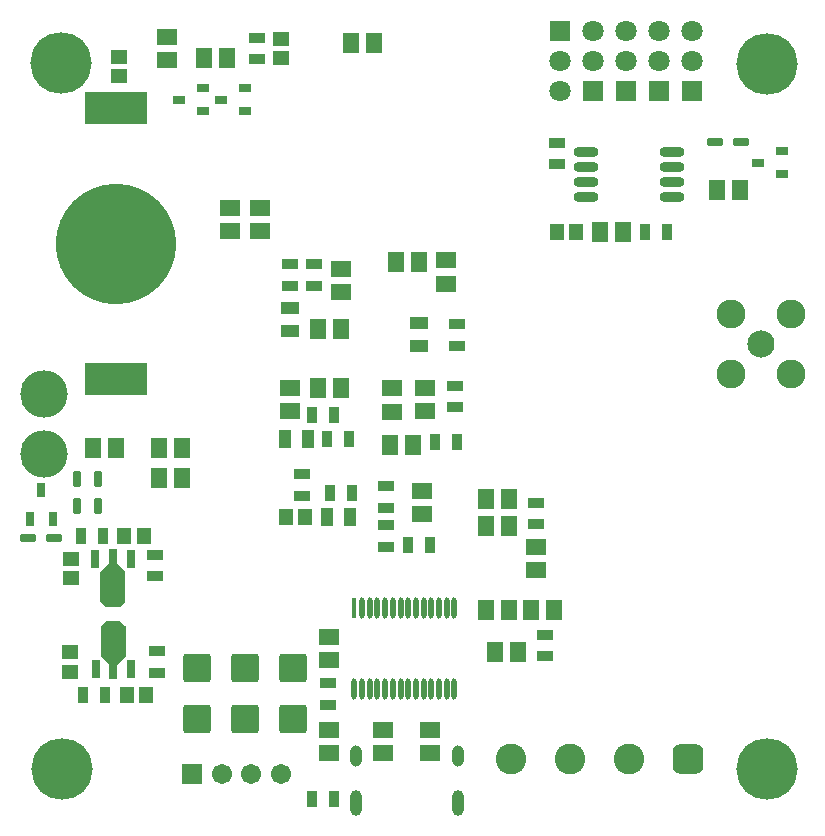
<source format=gbs>
G04*
G04 #@! TF.GenerationSoftware,Altium Limited,Altium Designer,25.4.2 (15)*
G04*
G04 Layer_Color=16711935*
%FSLAX25Y25*%
%MOIN*%
G70*
G04*
G04 #@! TF.SameCoordinates,4685016B-83D2-4E7D-AD2A-A819038C0A47*
G04*
G04*
G04 #@! TF.FilePolarity,Negative*
G04*
G01*
G75*
%ADD31R,0.05512X0.03740*%
%ADD32R,0.03740X0.05512*%
%ADD33R,0.04747X0.05544*%
%ADD34R,0.05544X0.04747*%
%ADD61R,0.06509X0.05524*%
%ADD65R,0.05524X0.06509*%
%ADD77R,0.04422X0.06233*%
%ADD89C,0.10249*%
G04:AMPARAMS|DCode=90|XSize=102.49mil|YSize=102.49mil|CornerRadius=27.62mil|HoleSize=0mil|Usage=FLASHONLY|Rotation=180.000|XOffset=0mil|YOffset=0mil|HoleType=Round|Shape=RoundedRectangle|*
%AMROUNDEDRECTD90*
21,1,0.10249,0.04724,0,0,180.0*
21,1,0.04724,0.10249,0,0,180.0*
1,1,0.05524,-0.02362,0.02362*
1,1,0.05524,0.02362,0.02362*
1,1,0.05524,0.02362,-0.02362*
1,1,0.05524,-0.02362,-0.02362*
%
%ADD90ROUNDEDRECTD90*%
%ADD91C,0.09068*%
%ADD92C,0.09658*%
%ADD93R,0.06737X0.06737*%
%ADD94C,0.06737*%
%ADD95C,0.07119*%
%ADD96R,0.07119X0.07119*%
%ADD97C,0.15761*%
G04:AMPARAMS|DCode=98|XSize=39.37mil|YSize=70.87mil|CornerRadius=19.68mil|HoleSize=0mil|Usage=FLASHONLY|Rotation=0.000|XOffset=0mil|YOffset=0mil|HoleType=Round|Shape=RoundedRectangle|*
%AMROUNDEDRECTD98*
21,1,0.03937,0.03150,0,0,0.0*
21,1,0.00000,0.07087,0,0,0.0*
1,1,0.03937,0.00000,-0.01575*
1,1,0.03937,0.00000,-0.01575*
1,1,0.03937,0.00000,0.01575*
1,1,0.03937,0.00000,0.01575*
%
%ADD98ROUNDEDRECTD98*%
G04:AMPARAMS|DCode=99|XSize=39.37mil|YSize=86.61mil|CornerRadius=19.68mil|HoleSize=0mil|Usage=FLASHONLY|Rotation=0.000|XOffset=0mil|YOffset=0mil|HoleType=Round|Shape=RoundedRectangle|*
%AMROUNDEDRECTD99*
21,1,0.03937,0.04724,0,0,0.0*
21,1,0.00000,0.08661,0,0,0.0*
1,1,0.03937,0.00000,-0.02362*
1,1,0.03937,0.00000,-0.02362*
1,1,0.03937,0.00000,0.02362*
1,1,0.03937,0.00000,0.02362*
%
%ADD99ROUNDEDRECTD99*%
%ADD100C,0.20485*%
G04:AMPARAMS|DCode=123|XSize=70.15mil|YSize=17.91mil|CornerRadius=8.96mil|HoleSize=0mil|Usage=FLASHONLY|Rotation=270.000|XOffset=0mil|YOffset=0mil|HoleType=Round|Shape=RoundedRectangle|*
%AMROUNDEDRECTD123*
21,1,0.07015,0.00000,0,0,270.0*
21,1,0.05224,0.01791,0,0,270.0*
1,1,0.01791,0.00000,-0.02612*
1,1,0.01791,0.00000,0.02612*
1,1,0.01791,0.00000,0.02612*
1,1,0.01791,0.00000,-0.02612*
%
%ADD123ROUNDEDRECTD123*%
%ADD124R,0.01791X0.07015*%
%ADD137R,0.03950X0.03162*%
%ADD138R,0.03162X0.04737*%
%ADD139C,0.40170*%
%ADD140R,0.20879X0.10642*%
%ADD141O,0.08280X0.03359*%
G04:AMPARAMS|DCode=142|XSize=55.64mil|YSize=27.69mil|CornerRadius=6.46mil|HoleSize=0mil|Usage=FLASHONLY|Rotation=270.000|XOffset=0mil|YOffset=0mil|HoleType=Round|Shape=RoundedRectangle|*
%AMROUNDEDRECTD142*
21,1,0.05564,0.01476,0,0,270.0*
21,1,0.04272,0.02769,0,0,270.0*
1,1,0.01292,-0.00738,-0.02136*
1,1,0.01292,-0.00738,0.02136*
1,1,0.01292,0.00738,0.02136*
1,1,0.01292,0.00738,-0.02136*
%
%ADD142ROUNDEDRECTD142*%
G04:AMPARAMS|DCode=143|XSize=55.64mil|YSize=27.69mil|CornerRadius=6.46mil|HoleSize=0mil|Usage=FLASHONLY|Rotation=0.000|XOffset=0mil|YOffset=0mil|HoleType=Round|Shape=RoundedRectangle|*
%AMROUNDEDRECTD143*
21,1,0.05564,0.01476,0,0,0.0*
21,1,0.04272,0.02769,0,0,0.0*
1,1,0.01292,0.02136,-0.00738*
1,1,0.01292,-0.02136,-0.00738*
1,1,0.01292,-0.02136,0.00738*
1,1,0.01292,0.02136,0.00738*
%
%ADD143ROUNDEDRECTD143*%
%ADD144R,0.06233X0.04422*%
%ADD145R,0.03162X0.06312*%
%ADD146R,0.03162X0.05524*%
G04:AMPARAMS|DCode=147|XSize=96.58mil|YSize=91.86mil|CornerRadius=10.29mil|HoleSize=0mil|Usage=FLASHONLY|Rotation=270.000|XOffset=0mil|YOffset=0mil|HoleType=Round|Shape=RoundedRectangle|*
%AMROUNDEDRECTD147*
21,1,0.09658,0.07128,0,0,270.0*
21,1,0.07600,0.09186,0,0,270.0*
1,1,0.02058,-0.03564,-0.03800*
1,1,0.02058,-0.03564,0.03800*
1,1,0.02058,0.03564,0.03800*
1,1,0.02058,0.03564,-0.03800*
%
%ADD147ROUNDEDRECTD147*%
G36*
X39011Y69231D02*
X39023Y69231D01*
X39037Y69229D01*
X39052Y69228D01*
X39064Y69226D01*
X39075Y69225D01*
X39089Y69221D01*
X39104Y69218D01*
X39115Y69214D01*
X39126Y69211D01*
X39139Y69206D01*
X39153Y69201D01*
X39164Y69196D01*
X39174Y69192D01*
X39187Y69184D01*
X39200Y69178D01*
X39210Y69172D01*
X39220Y69166D01*
X39232Y69157D01*
X39244Y69149D01*
X39253Y69141D01*
X39262Y69134D01*
X41002Y67634D01*
X41012Y67624D01*
X41024Y67614D01*
X41031Y67606D01*
X41039Y67598D01*
X41048Y67586D01*
X41058Y67575D01*
X41065Y67565D01*
X41072Y67556D01*
X41079Y67543D01*
X41087Y67531D01*
X41092Y67521D01*
X41098Y67511D01*
X41104Y67497D01*
X41111Y67484D01*
X41114Y67473D01*
X41119Y67463D01*
X41123Y67449D01*
X41127Y67435D01*
X41130Y67423D01*
X41133Y67412D01*
X41135Y67398D01*
X41138Y67383D01*
X41138Y67372D01*
X41140Y67360D01*
X41140Y67346D01*
X41141Y67331D01*
Y57559D01*
X41138Y57507D01*
X41127Y57455D01*
X41111Y57406D01*
X41087Y57359D01*
X41058Y57315D01*
X41024Y57276D01*
X38465Y54716D01*
X38425Y54682D01*
X38381Y54653D01*
X38335Y54630D01*
X38285Y54613D01*
X38233Y54603D01*
X38181Y54599D01*
X35819D01*
X35767Y54603D01*
X35715Y54613D01*
X35666Y54630D01*
X35618Y54653D01*
X35575Y54682D01*
X35535Y54716D01*
X32976Y57276D01*
X32942Y57315D01*
X32913Y57359D01*
X32890Y57406D01*
X32873Y57455D01*
X32862Y57507D01*
X32859Y57559D01*
Y67331D01*
X32860Y67346D01*
X32860Y67360D01*
X32862Y67372D01*
X32862Y67383D01*
X32865Y67398D01*
X32867Y67412D01*
X32870Y67423D01*
X32873Y67435D01*
X32877Y67449D01*
X32881Y67463D01*
X32886Y67473D01*
X32890Y67484D01*
X32896Y67497D01*
X32902Y67511D01*
X32908Y67521D01*
X32913Y67531D01*
X32921Y67543D01*
X32928Y67556D01*
X32936Y67565D01*
X32942Y67575D01*
X32952Y67586D01*
X32961Y67598D01*
X32969Y67606D01*
X32976Y67614D01*
X32987Y67624D01*
X32998Y67634D01*
X34738Y69134D01*
X34747Y69141D01*
X34756Y69149D01*
X34768Y69157D01*
X34780Y69166D01*
X34790Y69172D01*
X34800Y69178D01*
X34813Y69184D01*
X34826Y69192D01*
X34836Y69196D01*
X34847Y69201D01*
X34861Y69206D01*
X34874Y69211D01*
X34885Y69214D01*
X34896Y69218D01*
X34911Y69221D01*
X34925Y69225D01*
X34936Y69226D01*
X34948Y69228D01*
X34962Y69229D01*
X34977Y69231D01*
X34989Y69231D01*
X35000Y69232D01*
X39000D01*
X39011Y69231D01*
D02*
G37*
G36*
X38052Y88397D02*
X38104Y88387D01*
X38153Y88370D01*
X38200Y88347D01*
X38244Y88318D01*
X38283Y88283D01*
X40843Y85724D01*
X40877Y85685D01*
X40906Y85641D01*
X40929Y85594D01*
X40946Y85545D01*
X40957Y85493D01*
X40960Y85441D01*
Y75669D01*
X40959Y75654D01*
X40959Y75640D01*
X40957Y75628D01*
X40957Y75617D01*
X40954Y75602D01*
X40951Y75588D01*
X40949Y75577D01*
X40946Y75565D01*
X40942Y75551D01*
X40938Y75537D01*
X40933Y75527D01*
X40929Y75516D01*
X40923Y75503D01*
X40917Y75489D01*
X40911Y75479D01*
X40906Y75469D01*
X40898Y75457D01*
X40890Y75444D01*
X40883Y75435D01*
X40877Y75425D01*
X40867Y75414D01*
X40858Y75402D01*
X40850Y75394D01*
X40843Y75386D01*
X40831Y75376D01*
X40821Y75366D01*
X39081Y73866D01*
X39072Y73859D01*
X39063Y73851D01*
X39051Y73843D01*
X39039Y73834D01*
X39029Y73829D01*
X39019Y73822D01*
X39006Y73816D01*
X38993Y73808D01*
X38983Y73804D01*
X38972Y73799D01*
X38958Y73794D01*
X38945Y73789D01*
X38934Y73786D01*
X38923Y73782D01*
X38908Y73779D01*
X38894Y73776D01*
X38882Y73774D01*
X38871Y73772D01*
X38856Y73771D01*
X38842Y73769D01*
X38830Y73769D01*
X38819Y73768D01*
X34819D01*
X34808Y73769D01*
X34796Y73769D01*
X34781Y73771D01*
X34767Y73772D01*
X34755Y73774D01*
X34744Y73776D01*
X34730Y73779D01*
X34715Y73782D01*
X34704Y73786D01*
X34693Y73789D01*
X34679Y73794D01*
X34666Y73799D01*
X34655Y73804D01*
X34645Y73808D01*
X34632Y73816D01*
X34618Y73822D01*
X34609Y73828D01*
X34599Y73834D01*
X34587Y73843D01*
X34575Y73851D01*
X34566Y73859D01*
X34557Y73866D01*
X32817Y75366D01*
X32806Y75376D01*
X32795Y75386D01*
X32788Y75394D01*
X32780Y75402D01*
X32770Y75414D01*
X32761Y75425D01*
X32754Y75435D01*
X32747Y75444D01*
X32740Y75457D01*
X32732Y75469D01*
X32726Y75479D01*
X32721Y75489D01*
X32715Y75503D01*
X32708Y75516D01*
X32705Y75527D01*
X32700Y75537D01*
X32696Y75551D01*
X32691Y75565D01*
X32689Y75577D01*
X32686Y75588D01*
X32684Y75602D01*
X32681Y75617D01*
X32681Y75628D01*
X32679Y75640D01*
X32679Y75654D01*
X32678Y75669D01*
Y85441D01*
X32681Y85493D01*
X32691Y85545D01*
X32708Y85594D01*
X32732Y85641D01*
X32761Y85685D01*
X32795Y85724D01*
X35354Y88283D01*
X35394Y88318D01*
X35437Y88347D01*
X35484Y88370D01*
X35534Y88387D01*
X35585Y88397D01*
X35638Y88401D01*
X38000D01*
X38052Y88397D01*
D02*
G37*
D31*
X85000Y263642D02*
D03*
Y256358D02*
D03*
X108500Y48500D02*
D03*
Y41216D02*
D03*
X51665Y51827D02*
D03*
Y59110D02*
D03*
X50819Y84028D02*
D03*
Y91311D02*
D03*
X185000Y221358D02*
D03*
Y228642D02*
D03*
X96000Y188284D02*
D03*
Y181000D02*
D03*
X104000Y188284D02*
D03*
Y181000D02*
D03*
X151000Y140358D02*
D03*
Y147642D02*
D03*
X128000Y94000D02*
D03*
Y101284D02*
D03*
Y107000D02*
D03*
Y114284D02*
D03*
X100000Y111000D02*
D03*
Y118283D02*
D03*
X178000Y108642D02*
D03*
Y101358D02*
D03*
X181000Y64642D02*
D03*
Y57358D02*
D03*
X151500Y160858D02*
D03*
Y168142D02*
D03*
D32*
X103358Y10000D02*
D03*
X110642D02*
D03*
X27024Y44469D02*
D03*
X34307D02*
D03*
X26177Y97669D02*
D03*
X33461D02*
D03*
X144358Y129000D02*
D03*
X151642D02*
D03*
X115642Y130000D02*
D03*
X108358D02*
D03*
X110642Y138000D02*
D03*
X103358D02*
D03*
X142642Y94642D02*
D03*
X135358D02*
D03*
X116642Y112000D02*
D03*
X109358D02*
D03*
X221642Y199000D02*
D03*
X214358D02*
D03*
D33*
X41412Y44469D02*
D03*
X47918D02*
D03*
X47072Y97669D02*
D03*
X40566D02*
D03*
X101000Y104000D02*
D03*
X94494D02*
D03*
X191253Y199000D02*
D03*
X184747D02*
D03*
D34*
X93000Y263253D02*
D03*
Y256747D02*
D03*
X39000Y257253D02*
D03*
Y250747D02*
D03*
X22665Y58721D02*
D03*
Y52216D02*
D03*
X22819Y83416D02*
D03*
Y89922D02*
D03*
D61*
X86000Y199063D02*
D03*
Y206937D02*
D03*
X55000Y256063D02*
D03*
Y263937D02*
D03*
X96000Y139063D02*
D03*
Y146937D02*
D03*
X141000D02*
D03*
Y139063D02*
D03*
X178000Y86063D02*
D03*
Y93937D02*
D03*
X140000Y104705D02*
D03*
Y112579D02*
D03*
X76000Y206937D02*
D03*
Y199063D02*
D03*
X127000Y25063D02*
D03*
Y32937D02*
D03*
X142500Y25063D02*
D03*
Y32937D02*
D03*
X109000D02*
D03*
Y25063D02*
D03*
Y56063D02*
D03*
Y63937D02*
D03*
X113000Y178705D02*
D03*
Y186579D02*
D03*
X148000Y189437D02*
D03*
Y181563D02*
D03*
X130000Y146874D02*
D03*
Y139000D02*
D03*
D65*
X116063Y262000D02*
D03*
X123937D02*
D03*
X74937Y257000D02*
D03*
X67063D02*
D03*
X30063Y127000D02*
D03*
X37937D02*
D03*
X206937Y199000D02*
D03*
X199063D02*
D03*
X112937Y166642D02*
D03*
X105063D02*
D03*
X136937Y128000D02*
D03*
X129063D02*
D03*
X131063Y189000D02*
D03*
X138937D02*
D03*
X112937Y147000D02*
D03*
X105063D02*
D03*
X59937Y117000D02*
D03*
X52063D02*
D03*
X238126Y213000D02*
D03*
X246000D02*
D03*
X52063Y127000D02*
D03*
X59937D02*
D03*
X168937Y101000D02*
D03*
X161063D02*
D03*
Y110000D02*
D03*
X168937D02*
D03*
X183937Y73000D02*
D03*
X176063D02*
D03*
X161063D02*
D03*
X168937D02*
D03*
X164063Y59000D02*
D03*
X171937D02*
D03*
D77*
X94240Y130000D02*
D03*
X101760D02*
D03*
X108240Y104000D02*
D03*
X115760D02*
D03*
D89*
X209004Y23016D02*
D03*
X189319D02*
D03*
X169634D02*
D03*
D90*
X228689D02*
D03*
D91*
X253000Y161500D02*
D03*
D92*
X242961Y171539D02*
D03*
X263039D02*
D03*
Y151461D02*
D03*
X242961D02*
D03*
D93*
X63236Y18067D02*
D03*
D94*
X73079D02*
D03*
X92764D02*
D03*
X82921D02*
D03*
D95*
X186000Y246000D02*
D03*
Y256000D02*
D03*
X197000Y266000D02*
D03*
Y256000D02*
D03*
X219000Y266000D02*
D03*
Y256000D02*
D03*
X208000Y266000D02*
D03*
Y256000D02*
D03*
X230000Y266000D02*
D03*
Y256000D02*
D03*
D96*
X186000Y266000D02*
D03*
X197000Y246000D02*
D03*
X219000D02*
D03*
X208000D02*
D03*
X230000D02*
D03*
D97*
X14000Y145000D02*
D03*
Y125000D02*
D03*
D98*
X152008Y24220D02*
D03*
X117992D02*
D03*
D99*
X152008Y8472D02*
D03*
X117992D02*
D03*
D100*
X19594Y255315D02*
D03*
X255000Y255000D02*
D03*
Y20000D02*
D03*
X20000D02*
D03*
D123*
X117366Y46559D02*
D03*
X119925D02*
D03*
X122484D02*
D03*
X125043D02*
D03*
X127602D02*
D03*
X130161D02*
D03*
X132720D02*
D03*
X135280D02*
D03*
X137839D02*
D03*
X140398D02*
D03*
X142957D02*
D03*
X145516D02*
D03*
X148075D02*
D03*
X150634D02*
D03*
Y73441D02*
D03*
X148075D02*
D03*
X145516D02*
D03*
X142957D02*
D03*
X140398D02*
D03*
X137839D02*
D03*
X135280D02*
D03*
X132720D02*
D03*
X130161D02*
D03*
X127602D02*
D03*
X125043D02*
D03*
X122484D02*
D03*
X119925D02*
D03*
D124*
X117366D02*
D03*
D137*
X59024Y243000D02*
D03*
X66976Y246740D02*
D03*
Y239260D02*
D03*
X73024Y243000D02*
D03*
X80976Y246740D02*
D03*
Y239260D02*
D03*
X252024Y222000D02*
D03*
X259976Y225740D02*
D03*
Y218260D02*
D03*
D138*
X13000Y112724D02*
D03*
X9260Y103276D02*
D03*
X16740D02*
D03*
D139*
X38000Y195000D02*
D03*
D140*
Y149921D02*
D03*
Y240079D02*
D03*
D141*
X194630Y210500D02*
D03*
Y215500D02*
D03*
Y220500D02*
D03*
Y225500D02*
D03*
X223370Y210500D02*
D03*
Y215500D02*
D03*
Y220500D02*
D03*
Y225500D02*
D03*
D142*
X25000Y116350D02*
D03*
Y107650D02*
D03*
X32000D02*
D03*
Y116350D02*
D03*
D143*
X8650Y97000D02*
D03*
X17350D02*
D03*
X237650Y229000D02*
D03*
X246350D02*
D03*
D144*
X96000Y173402D02*
D03*
Y165882D02*
D03*
X139000Y161000D02*
D03*
Y168520D02*
D03*
D145*
X30913Y89969D02*
D03*
X42724D02*
D03*
X31095Y53031D02*
D03*
X42906D02*
D03*
D146*
X36819Y90362D02*
D03*
X37000Y52638D02*
D03*
D147*
X65000Y36437D02*
D03*
Y53563D02*
D03*
X97000Y36437D02*
D03*
Y53563D02*
D03*
X81000Y36437D02*
D03*
Y53563D02*
D03*
M02*

</source>
